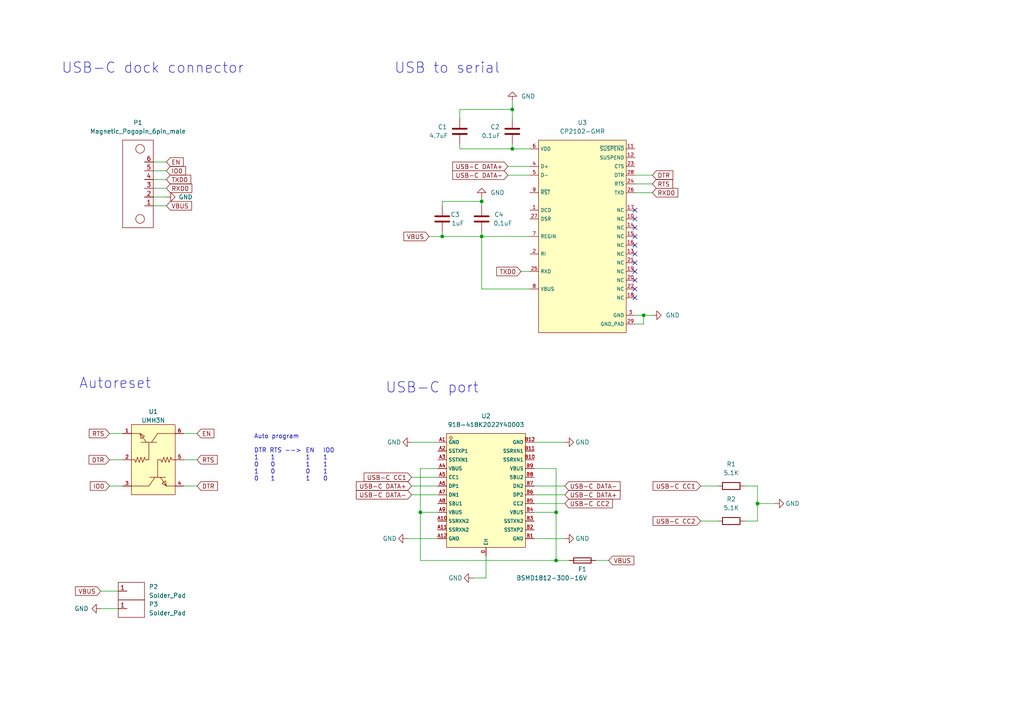
<source format=kicad_sch>
(kicad_sch (version 20211123) (generator eeschema)
  (paper "A4")
  (lib_symbols
    (symbol "Device:0.1uF_0603" (pin_numbers hide) (pin_names (offset 0.254))
      (property "Reference" "C" (at 0.635 2.54 0))
      (property "Value" "0.1uF_0603" (at 0.635 -2.54 0))
      (symbol "0.1uF_0603_0_1"
        (polyline (pts (xy -2.032 -0.762) (xy 2.032 -0.762)) (stroke (width 0.508)))
        (polyline (pts (xy -2.032 0.762) (xy 2.032 0.762)) (stroke (width 0.508)))
      )
      (symbol "0.1uF_0603_1_1"
        (pin passive line (at 0 3.81 270) (length 2.794) (name "~") (number "1"))
        (pin passive line (at 0 -3.81 90) (length 2.794) (name "~") (number "2"))
      )
    )
    (symbol "Device:5.1K 1% 0603" (pin_numbers hide) (pin_names (offset 0))
      (property "Reference" "R" (at 2.032 0 90))
      (property "Value" "5.1K 1% 0603" (at 0 0 90))
      (symbol "5.1K 1% 0603_0_1"
        (rectangle (start -1.016 -2.54) (end 1.016 2.54) (stroke (width 0.254)))
      )
      (symbol "5.1K 1% 0603_1_1"
        (pin passive line (at 0 3.81 270) (length 1.27) (name "~") (number "1"))
        (pin passive line (at 0 -3.81 90) (length 1.27) (name "~") (number "2"))
      )
    )
    (symbol "Device:C" (pin_numbers hide) (pin_names (offset 0.254))
      (property "Reference" "C" (at 0.635 2.54 0))
      (property "Value" "C" (at 0.635 -2.54 0))
      (symbol "C_0_1"
        (polyline (pts (xy -2.032 -0.762) (xy 2.032 -0.762)) (stroke (width 0.508)))
        (polyline (pts (xy -2.032 0.762) (xy 2.032 0.762)) (stroke (width 0.508)))
      )
      (symbol "C_1_1"
        (pin passive line (at 0 3.81 270) (length 2.794) (name "~") (number "1"))
        (pin passive line (at 0 -3.81 90) (length 2.794) (name "~") (number "2"))
      )
    )
    (symbol "Device:Fuse" (pin_numbers hide) (pin_names (offset 0))
      (property "Reference" "F" (at 2.032 0 90))
      (property "Value" "Fuse" (at -1.905 0 90))
      (symbol "Fuse_0_1"
        (rectangle (start -0.762 -2.54) (end 0.762 2.54) (stroke (width 0.254)))
        (polyline (pts (xy 0 2.54) (xy 0 -2.54)))
      )
      (symbol "Fuse_1_1"
        (pin passive line (at 0 3.81 270) (length 1.27) (name "~") (number "1"))
        (pin passive line (at 0 -3.81 90) (length 1.27) (name "~") (number "2"))
      )
    )
    (symbol "LCSC:UMH3N" (pin_names hide)
      (property "Reference" "U" (at 0 1.27 0))
      (property "Value" "UMH3N" (at 0 -2.54 0))
      (symbol "UMH3N_0_0"
        (rectangle (start -114.3 71.12) (end -93.98 58.42) (fill (type background)))
        (polyline (pts (xy -111.76 60.96) (xy -111.76 58.42)))
        (polyline (pts (xy -111.76 66.04) (xy -109.22 64.262)))
        (polyline (pts (xy -111.76 71.12) (xy -111.76 66.04)))
        (polyline (pts (xy -109.22 62.738) (xy -111.76 60.96)))
        (polyline (pts (xy -109.22 63.5) (xy -104.14 63.5)))
        (polyline (pts (xy -109.22 65.786) (xy -109.22 61.214)))
        (polyline (pts (xy -104.14 66.04) (xy -99.06 66.04)))
        (polyline (pts (xy -99.06 63.754) (xy -99.06 68.326)))
        (polyline (pts (xy -99.06 66.802) (xy -96.52 68.58)))
        (polyline (pts (xy -96.52 63.5) (xy -99.06 65.278)))
        (polyline (pts (xy -96.52 63.5) (xy -96.52 58.42)))
        (polyline (pts (xy -96.52 71.12) (xy -96.52 68.58)))
        (polyline (pts (xy -111.76 60.96) (xy -110.998 62.23) (xy -110.236 61.214) (xy -111.76 60.96)) (fill (type background)))
        (polyline (pts (xy -96.52 68.58) (xy -97.282 67.31) (xy -98.044 68.326) (xy -96.52 68.58)) (fill (type background)))
        (polyline (pts (xy -104.14 63.5) (xy -104.14 62.484) (xy -104.902 62.23) (xy -103.378 61.722) (xy -104.902 61.214) (xy -103.378 60.706) (xy -104.902 60.198) (xy -103.378 59.69) (xy -104.14 59.436) (xy -104.14 58.42)))
        (polyline (pts (xy -104.14 66.04) (xy -104.14 67.056) (xy -103.378 67.31) (xy -104.902 67.818) (xy -103.378 68.326) (xy -104.902 68.834) (xy -103.378 69.342) (xy -104.902 69.85) (xy -104.14 70.104) (xy -104.14 71.12)))
        (pin unspecified line (at -111.76 55.88 90) (length 2.54) (name "E") (number "1"))
        (pin unspecified line (at -104.14 55.88 90) (length 2.54) (name "B") (number "2"))
        (pin unspecified line (at -96.52 55.88 90) (length 2.54) (name "C") (number "3"))
        (pin unspecified line (at -96.52 73.66 270) (length 2.54) (name "E") (number "4"))
        (pin unspecified line (at -104.14 73.66 270) (length 2.54) (name "B") (number "5"))
        (pin unspecified line (at -111.76 73.66 270) (length 2.54) (name "C") (number "6"))
      )
    )
    (symbol "MyParts:918-418K2022Y40003"
      (property "Reference" "U" (at 0 10.16 0))
      (property "Value" "918-418K2022Y40003" (at 0 6.35 0))
      (symbol "918-418K2022Y40003_0_0"
        (rectangle (start -11.43 3.81) (end 11.43 -29.21) (fill (type background)))
        (circle (center -10.16 2.54) (radius 0.381) (fill (type background)))
        (pin unspecified line (at 0 -31.75 90) (length 2.54) (name "EH") (number "0"))
        (pin unspecified line (at -13.97 1.27 0) (length 2.54) (name "GND") (number "A1"))
        (pin unspecified line (at -13.97 -21.59 0) (length 2.54) (name "SSRXN2") (number "A10"))
        (pin unspecified line (at -13.97 -24.13 0) (length 2.54) (name "SSRXN2") (number "A11"))
        (pin unspecified line (at -13.97 -26.67 0) (length 2.54) (name "GND") (number "A12"))
        (pin unspecified line (at -13.97 -1.27 0) (length 2.54) (name "SSTXP1") (number "A2"))
        (pin unspecified line (at -13.97 -3.81 0) (length 2.54) (name "SSTXN1") (number "A3"))
        (pin unspecified line (at -13.97 -6.35 0) (length 2.54) (name "VBUS") (number "A4"))
        (pin unspecified line (at -13.97 -8.89 0) (length 2.54) (name "CC1") (number "A5"))
        (pin unspecified line (at -13.97 -11.43 0) (length 2.54) (name "DP1") (number "A6"))
        (pin unspecified line (at -13.97 -13.97 0) (length 2.54) (name "DN1") (number "A7"))
        (pin unspecified line (at -13.97 -16.51 0) (length 2.54) (name "SBU1") (number "A8"))
        (pin unspecified line (at -13.97 -19.05 0) (length 2.54) (name "VBUS") (number "A9"))
        (pin unspecified line (at 13.97 -26.67 180) (length 2.54) (name "GND") (number "B1"))
        (pin unspecified line (at 13.97 -3.81 180) (length 2.54) (name "SSRXN1") (number "B10"))
        (pin unspecified line (at 13.97 -1.27 180) (length 2.54) (name "SSRXN1") (number "B11"))
        (pin unspecified line (at 13.97 1.27 180) (length 2.54) (name "GND") (number "B12"))
        (pin unspecified line (at 13.97 -24.13 180) (length 2.54) (name "SSTXP2") (number "B2"))
        (pin unspecified line (at 13.97 -21.59 180) (length 2.54) (name "SSTXN2") (number "B3"))
        (pin unspecified line (at 13.97 -19.05 180) (length 2.54) (name "VBUS") (number "B4"))
        (pin unspecified line (at 13.97 -16.51 180) (length 2.54) (name "CC2") (number "B5"))
        (pin unspecified line (at 13.97 -13.97 180) (length 2.54) (name "DP2") (number "B6"))
        (pin unspecified line (at 13.97 -11.43 180) (length 2.54) (name "DN2") (number "B7"))
        (pin unspecified line (at 13.97 -8.89 180) (length 2.54) (name "SBU2") (number "B8"))
        (pin unspecified line (at 13.97 -6.35 180) (length 2.54) (name "VBUS") (number "B9"))
      )
    )
    (symbol "MyParts:CP2102-GMR"
      (property "Reference" "U" (at 0 30.48 0))
      (property "Value" "CP2102-GMR" (at 0 27.94 0))
      (symbol "CP2102-GMR_1_1"
        (rectangle (start -12.7 25.4) (end 12.7 -30.48) (fill (type background)))
        (pin input line (at -15.24 5.08 0) (length 2.54) (name "DCD") (number "1"))
        (pin unspecified line (at 15.24 2.54 180) (length 2.54) (name "NC") (number "10"))
        (pin output line (at 15.24 22.86 180) (length 2.54) (name "~{SUSPEND}") (number "11"))
        (pin output line (at 15.24 20.32 180) (length 2.54) (name "SUSPEND") (number "12"))
        (pin unspecified line (at 15.24 -7.62 180) (length 2.54) (name "NC") (number "13"))
        (pin unspecified line (at 15.24 0 180) (length 2.54) (name "NC") (number "14"))
        (pin unspecified line (at 15.24 -2.54 180) (length 2.54) (name "NC") (number "15"))
        (pin unspecified line (at 15.24 -5.08 180) (length 2.54) (name "NC") (number "16"))
        (pin unspecified line (at 15.24 5.08 180) (length 2.54) (name "NC") (number "17"))
        (pin unspecified line (at 15.24 -20.32 180) (length 2.54) (name "NC") (number "18"))
        (pin unspecified line (at 15.24 -12.7 180) (length 2.54) (name "NC") (number "19"))
        (pin input line (at -15.24 -7.62 0) (length 2.54) (name "RI") (number "2"))
        (pin unspecified line (at 15.24 -15.24 180) (length 2.54) (name "NC") (number "20"))
        (pin unspecified line (at 15.24 -10.16 180) (length 2.54) (name "NC") (number "21"))
        (pin unspecified line (at 15.24 -17.78 180) (length 2.54) (name "NC") (number "22"))
        (pin unspecified line (at 15.24 17.78 180) (length 2.54) (name "CTS") (number "23"))
        (pin unspecified line (at 15.24 12.7 180) (length 2.54) (name "RTS") (number "24"))
        (pin input line (at -15.24 -12.7 0) (length 2.54) (name "RXD") (number "25"))
        (pin output line (at 15.24 10.16 180) (length 2.54) (name "TXD") (number "26"))
        (pin input line (at -15.24 2.54 0) (length 2.54) (name "DSR") (number "27"))
        (pin output line (at 15.24 15.24 180) (length 2.54) (name "DTR") (number "28"))
        (pin power_in line (at 15.24 -27.94 180) (length 2.54) (name "GND_PAD") (number "29"))
        (pin unspecified line (at 15.24 -25.4 180) (length 2.54) (name "GND") (number "3"))
        (pin bidirectional line (at -15.24 17.78 0) (length 2.54) (name "D+") (number "4"))
        (pin bidirectional line (at -15.24 15.24 0) (length 2.54) (name "D-") (number "5"))
        (pin power_in line (at -15.24 22.86 0) (length 2.54) (name "VDD") (number "6"))
        (pin input line (at -15.24 -2.54 0) (length 2.54) (name "REGIN") (number "7"))
        (pin input line (at -15.24 -17.78 0) (length 2.54) (name "VBUS") (number "8"))
        (pin bidirectional line (at -15.24 10.16 0) (length 2.54) (name "~{RST}") (number "9"))
      )
    )
    (symbol "MyParts:Magnetic_Pogopin_6pin_male"
      (property "Reference" "P" (at -5.08 3.81 0))
      (property "Value" "Magnetic_Pogopin_6pin_male" (at 5.08 1.27 0))
      (symbol "Magnetic_Pogopin_6pin_male_0_1"
        (rectangle (start -2.54 -1.27) (end 6.35 -26.67))
        (circle (center 1.27 -24.13) (radius 1.27))
        (circle (center 1.27 -3.81) (radius 1.27))
      )
      (symbol "Magnetic_Pogopin_6pin_male_1_1"
        (pin bidirectional line (at -2.54 -7.62 0) (length 2.54) (name "") (number "1"))
        (pin bidirectional line (at -2.54 -10.16 0) (length 2.54) (name "") (number "2"))
        (pin bidirectional line (at -2.54 -12.7 0) (length 2.54) (name "") (number "3"))
        (pin bidirectional line (at -2.54 -15.24 0) (length 2.54) (name "") (number "4"))
        (pin bidirectional line (at -2.54 -17.78 0) (length 2.54) (name "") (number "5"))
        (pin bidirectional line (at -2.54 -20.32 0) (length 2.54) (name "") (number "6"))
      )
    )
    (symbol "MyParts:Solder_Pad"
      (property "Reference" "P" (at 0 3.81 0))
      (property "Value" "Solder_Pad" (at 0 -2.54 0))
      (symbol "Solder_Pad_0_1"
        (rectangle (start 0 2.54) (end 7.62 -2.54) (stroke (width 0.1524)))
      )
      (symbol "Solder_Pad_1_1"
        (pin bidirectional line (at 0 0 0) (length 2.54) (name "") (number "1"))
      )
    )
    (symbol "power:GND" (power) (pin_names (offset 0))
      (property "Value" "GND" (at 0 -3.81 0))
      (symbol "GND_0_1"
        (polyline (pts (xy 0 0) (xy 0 -1.27) (xy 1.27 -1.27) (xy 0 -2.54) (xy -1.27 -1.27) (xy 0 -1.27)))
      )
      (symbol "GND_1_1"
        (pin power_in line (at 0 0 270) (length 0) hide (name "GND") (number "1"))
      )
    )
  )
  (junction (at 161.29 148.59))
  (junction (at 148.59 31.75))
  (junction (at 161.29 162.56))
  (junction (at 139.7 58.42))
  (junction (at 148.59 43.18))
  (junction (at 139.7 68.58))
  (junction (at 121.92 148.59))
  (junction (at 186.69 91.44))
  (junction (at 128.27 68.58))
  (junction (at 219.71 146.05))
  (no_connect (at 184.15 60.96))
  (no_connect (at 184.15 68.58))
  (no_connect (at 184.15 78.74))
  (no_connect (at 184.15 86.36))
  (no_connect (at 184.15 81.28))
  (no_connect (at 184.15 63.5))
  (no_connect (at 184.15 66.04))
  (no_connect (at 184.15 71.12))
  (no_connect (at 184.15 73.66))
  (no_connect (at 184.15 76.2))
  (no_connect (at 184.15 83.82))
  (wire (pts (xy 184.15 50.8) (xy 189.23 50.8)))
  (wire (pts (xy 139.7 83.82) (xy 153.67 83.82)))
  (wire (pts (xy 128.27 59.69) (xy 128.27 58.42)))
  (wire (pts (xy 119.38 143.51) (xy 127 143.51)))
  (wire (pts (xy 147.32 48.26) (xy 153.67 48.26)))
  (wire (pts (xy 119.38 138.43) (xy 127 138.43)))
  (wire (pts (xy 31.75 125.73) (xy 35.56 125.73)))
  (wire (pts (xy 154.94 146.05) (xy 163.83 146.05)))
  (wire (pts (xy 119.38 140.97) (xy 127 140.97)))
  (wire (pts (xy 140.97 161.29) (xy 140.97 167.64)))
  (wire (pts (xy 118.11 156.21) (xy 127 156.21)))
  (wire (pts (xy 127 135.89) (xy 121.92 135.89)))
  (wire (pts (xy 119.38 128.27) (xy 127 128.27)))
  (wire (pts (xy 172.72 162.56) (xy 176.53 162.56)))
  (wire (pts (xy 184.15 55.88) (xy 189.23 55.88)))
  (wire (pts (xy 29.21 171.45) (xy 34.29 171.45)))
  (wire (pts (xy 44.45 49.53) (xy 48.26 49.53)))
  (wire (pts (xy 215.9 140.97) (xy 219.71 140.97)))
  (wire (pts (xy 219.71 146.05) (xy 224.79 146.05)))
  (wire (pts (xy 139.7 68.58) (xy 139.7 67.31)))
  (wire (pts (xy 133.35 31.75) (xy 148.59 31.75)))
  (wire (pts (xy 53.34 125.73) (xy 57.15 125.73)))
  (wire (pts (xy 44.45 54.61) (xy 48.26 54.61)))
  (wire (pts (xy 154.94 143.51) (xy 163.83 143.51)))
  (wire (pts (xy 128.27 58.42) (xy 139.7 58.42)))
  (wire (pts (xy 121.92 148.59) (xy 121.92 162.56)))
  (wire (pts (xy 148.59 43.18) (xy 148.59 41.91)))
  (wire (pts (xy 124.46 68.58) (xy 128.27 68.58)))
  (wire (pts (xy 148.59 31.75) (xy 148.59 34.29)))
  (wire (pts (xy 154.94 148.59) (xy 161.29 148.59)))
  (wire (pts (xy 147.32 50.8) (xy 153.67 50.8)))
  (wire (pts (xy 53.34 140.97) (xy 57.15 140.97)))
  (wire (pts (xy 154.94 140.97) (xy 163.83 140.97)))
  (wire (pts (xy 184.15 93.98) (xy 186.69 93.98)))
  (wire (pts (xy 44.45 59.69) (xy 48.26 59.69)))
  (wire (pts (xy 31.75 140.97) (xy 35.56 140.97)))
  (wire (pts (xy 154.94 156.21) (xy 163.83 156.21)))
  (wire (pts (xy 139.7 57.15) (xy 139.7 58.42)))
  (wire (pts (xy 121.92 162.56) (xy 161.29 162.56)))
  (wire (pts (xy 154.94 135.89) (xy 161.29 135.89)))
  (wire (pts (xy 203.2 140.97) (xy 208.28 140.97)))
  (wire (pts (xy 148.59 29.21) (xy 148.59 31.75)))
  (wire (pts (xy 29.21 176.53) (xy 34.29 176.53)))
  (wire (pts (xy 128.27 68.58) (xy 139.7 68.58)))
  (wire (pts (xy 219.71 146.05) (xy 219.71 151.13)))
  (wire (pts (xy 121.92 135.89) (xy 121.92 148.59)))
  (wire (pts (xy 139.7 58.42) (xy 139.7 59.69)))
  (wire (pts (xy 161.29 135.89) (xy 161.29 148.59)))
  (wire (pts (xy 53.34 133.35) (xy 57.15 133.35)))
  (wire (pts (xy 186.69 91.44) (xy 189.23 91.44)))
  (wire (pts (xy 219.71 140.97) (xy 219.71 146.05)))
  (wire (pts (xy 127 148.59) (xy 121.92 148.59)))
  (wire (pts (xy 140.97 167.64) (xy 137.16 167.64)))
  (wire (pts (xy 139.7 68.58) (xy 153.67 68.58)))
  (wire (pts (xy 133.35 31.75) (xy 133.35 34.29)))
  (wire (pts (xy 44.45 46.99) (xy 48.26 46.99)))
  (wire (pts (xy 184.15 53.34) (xy 189.23 53.34)))
  (wire (pts (xy 151.13 78.74) (xy 153.67 78.74)))
  (wire (pts (xy 139.7 83.82) (xy 139.7 68.58)))
  (wire (pts (xy 161.29 148.59) (xy 161.29 162.56)))
  (wire (pts (xy 161.29 162.56) (xy 165.1 162.56)))
  (wire (pts (xy 154.94 128.27) (xy 163.83 128.27)))
  (wire (pts (xy 44.45 57.15) (xy 48.26 57.15)))
  (wire (pts (xy 148.59 43.18) (xy 153.67 43.18)))
  (wire (pts (xy 203.2 151.13) (xy 208.28 151.13)))
  (wire (pts (xy 31.75 133.35) (xy 35.56 133.35)))
  (wire (pts (xy 215.9 151.13) (xy 219.71 151.13)))
  (wire (pts (xy 133.35 43.18) (xy 148.59 43.18)))
  (wire (pts (xy 133.35 41.91) (xy 133.35 43.18)))
  (wire (pts (xy 184.15 91.44) (xy 186.69 91.44)))
  (wire (pts (xy 186.69 93.98) (xy 186.69 91.44)))
  (wire (pts (xy 128.27 67.31) (xy 128.27 68.58)))
  (wire (pts (xy 44.45 52.07) (xy 48.26 52.07)))
  (text "Autoreset" (at 22.86 113.03 0) (effects (font (size 3 3)) (justify left bottom)))
  (text "USB-C port" (at 111.76 114.3 0) (effects (font (size 3 3)) (justify left bottom)))
  (text "USB-C dock connector" (at 17.78 21.59 0) (effects (font (size 3 3)) (justify left bottom)))
  (text "USB to serial" (at 114.3 21.59 0) (effects (font (size 3 3)) (justify left bottom)))
  (text "Auto program\n\nDTR RTS -->	EN 	IO0\n1	1		1	1\n0	0		1	1\n1	0		0	1\n0	1		1	0" (at 73.66 139.7 0) (effects (font (size 1.27 1.27)) (justify left bottom)))
  (global_label "EN" (shape input) (at 48.26 46.99 0) (property "Intersheet References" "${INTERSHEET_REFS}" (effects hide)))
  (global_label "RXD0" (shape input) (at 48.26 54.61 0) (property "Intersheet References" "${INTERSHEET_REFS}" (effects hide)))
  (global_label "USB-C DATA-" (shape input) (at 163.83 140.97 0) (property "Intersheet References" "${INTERSHEET_REFS}" (effects hide)))
  (global_label "DTR" (shape input) (at 31.75 133.35 180) (property "Intersheet References" "${INTERSHEET_REFS}" (effects hide)))
  (global_label "RTS" (shape input) (at 189.23 53.34 0) (property "Intersheet References" "${INTERSHEET_REFS}" (effects hide)))
  (global_label "DTR" (shape input) (at 189.23 50.8 0) (property "Intersheet References" "${INTERSHEET_REFS}" (effects hide)))
  (global_label "DTR" (shape input) (at 57.15 140.97 0) (property "Intersheet References" "${INTERSHEET_REFS}" (effects hide)))
  (global_label "VBUS" (shape input) (at 176.53 162.56 0) (property "Intersheet References" "${INTERSHEET_REFS}" (effects hide)))
  (global_label "RTS" (shape input) (at 31.75 125.73 180) (property "Intersheet References" "${INTERSHEET_REFS}" (effects hide)))
  (global_label "TXD0" (shape input) (at 151.13 78.74 180) (property "Intersheet References" "${INTERSHEET_REFS}" (effects hide)))
  (global_label "USB-C DATA+" (shape input) (at 163.83 143.51 0) (property "Intersheet References" "${INTERSHEET_REFS}" (effects hide)))
  (global_label "USB-C CC1" (shape input) (at 119.38 138.43 180) (property "Intersheet References" "${INTERSHEET_REFS}" (effects hide)))
  (global_label "USB-C CC2" (shape input) (at 203.2 151.13 180) (property "Intersheet References" "${INTERSHEET_REFS}" (effects hide)))
  (global_label "TXD0" (shape input) (at 48.26 52.07 0) (property "Intersheet References" "${INTERSHEET_REFS}" (effects hide)))
  (global_label "USB-C CC2" (shape input) (at 163.83 146.05 0) (property "Intersheet References" "${INTERSHEET_REFS}" (effects hide)))
  (global_label "VBUS" (shape input) (at 124.46 68.58 180) (property "Intersheet References" "${INTERSHEET_REFS}" (effects hide)))
  (global_label "IO0" (shape input) (at 31.75 140.97 180) (property "Intersheet References" "${INTERSHEET_REFS}" (effects hide)))
  (global_label "USB-C DATA-" (shape input) (at 147.32 50.8 180) (property "Intersheet References" "${INTERSHEET_REFS}" (effects hide)))
  (global_label "USB-C DATA-" (shape input) (at 119.38 143.51 180) (property "Intersheet References" "${INTERSHEET_REFS}" (effects hide)))
  (global_label "RTS" (shape input) (at 57.15 133.35 0) (property "Intersheet References" "${INTERSHEET_REFS}" (effects hide)))
  (global_label "IO0" (shape input) (at 48.26 49.53 0) (property "Intersheet References" "${INTERSHEET_REFS}" (effects hide)))
  (global_label "RXD0" (shape input) (at 189.23 55.88 0) (property "Intersheet References" "${INTERSHEET_REFS}" (effects hide)))
  (global_label "EN" (shape input) (at 57.15 125.73 0) (property "Intersheet References" "${INTERSHEET_REFS}" (effects hide)))
  (global_label "USB-C CC1" (shape input) (at 203.2 140.97 180) (property "Intersheet References" "${INTERSHEET_REFS}" (effects hide)))
  (global_label "VBUS" (shape input) (at 29.21 171.45 180) (property "Intersheet References" "${INTERSHEET_REFS}" (effects hide)))
  (global_label "VBUS" (shape input) (at 48.26 59.69 0) (property "Intersheet References" "${INTERSHEET_REFS}" (effects hide)))
  (global_label "USB-C DATA+" (shape input) (at 119.38 140.97 180) (property "Intersheet References" "${INTERSHEET_REFS}" (effects hide)))
  (global_label "USB-C DATA+" (shape input) (at 147.32 48.26 180) (property "Intersheet References" "${INTERSHEET_REFS}" (effects hide)))
  (symbol (lib_id "Device:C") (at 133.35 38.1 180) (unit 1)
    (property "Reference" "C1" (at 127 36.83 0) (effects (justify right)))
    (property "Value" "4.7uF" (at 124.46 39.37 0) (effects (justify right)))
    (property "Footprint" "Capacitor_SMD:C_0603_1608Metric" (effects hide))
    (property "LCSC #" "C19666" (effects hide))
  )
  (symbol (lib_id "Device:0.1uF_0603") (at 148.59 38.1 0) (unit 1)
    (property "Reference" "C2" (at 142.24 36.83 0) (effects (justify left)))
    (property "Value" "0.1uF" (at 139.7 39.37 0) (effects (justify left)))
    (property "Footprint" "Capacitor_SMD:C_0402_1005Metric" (effects hide))
    (property "LCSC #" "C1525" (effects hide))
  )
  (symbol (lib_id "Device:0.1uF_0603") (at 139.7 63.5 180) (unit 1)
    (property "Reference" "C4" (at 146.05 62.23 0) (effects (justify left)))
    (property "Value" "0.1uF" (at 148.59 64.77 0) (effects (justify left)))
    (property "Footprint" "Capacitor_SMD:C_0402_1005Metric" (effects hide))
    (property "LCSC #" "C1525" (effects hide))
  )
  (symbol (lib_id "Device:0.1uF_0603") (at 128.27 63.5 180) (unit 1)
    (property "Reference" "C3" (at 133.35 62.23 0) (effects (justify left)))
    (property "Value" "1uF" (at 134.62 64.77 0) (effects (justify left)))
    (property "Footprint" "Capacitor_SMD:C_0402_1005Metric" (effects hide))
    (property "LCSC #" "C52923" (effects hide))
  )
  (symbol (lib_id "power:GND") (at 189.23 91.44 90) (unit 1)
    (property "Reference" "#PWR0101" (effects hide))
    (property "Value" "GND" (at 193.04 91.44 90) (effects (justify right)))
  )
  (symbol (lib_id "LCSC:UMH3N") (at -20.32 237.49 270) (unit 1)
    (property "Reference" "U1" (at 44.45 119.38 90))
    (property "Value" "UMH3N" (at 44.45 121.92 90))
    (property "Footprint" "footprint:SC-70-6_L2.2-W1.3-P0.65-LS2.1-BR" (effects hide))
    (property "Datasheet" "https://item.szlcsc.com/112963.html" (effects hide))
    (property "LCSC #" "C62892" (effects hide))
  )
  (symbol (lib_id "power:GND") (at 163.83 128.27 90) (unit 1)
    (property "Reference" "#PWR0109" (effects hide))
    (property "Value" "GND" (at 168.91 128.27 90))
  )
  (symbol (lib_id "MyParts:Magnetic_Pogopin_6pin_male") (at 41.91 67.31 180) (unit 1)
    (property "Reference" "P1" (at 40.005 35.56 0))
    (property "Value" "Magnetic_Pogopin_6pin_male" (at 40.005 38.1 0))
    (property "Footprint" "footprint:Magnetic Pogopin 6pin male" (effects hide))
    (property "Datasheet" "https://de.aliexpress.com/item/1005003853427502.html" (effects hide))
  )
  (symbol (lib_id "power:GND") (at 118.11 156.21 270) (unit 1)
    (property "Reference" "#PWR0111" (effects hide))
    (property "Value" "GND" (at 113.03 156.21 90))
  )
  (symbol (lib_id "MyParts:918-418K2022Y40003") (at 140.97 129.54 0) (unit 1)
    (property "Reference" "U2" (at 140.97 120.65 0))
    (property "Value" "918-418K2022Y40003" (at 140.97 123.19 0))
    (property "Footprint" "footprint:TYPE-C-SMD_918-418K2022Y40003" (effects hide))
    (property "Datasheet" "https://atta.szlcsc.com/upload/public/pdf/source/20210308/C67382_E13F973637EE2DE90AF956E4943591D1.pdf" (effects hide))
    (property "LCSC" "C67382" (effects hide))
  )
  (symbol (lib_id "power:GND") (at 148.59 29.21 180) (unit 1)
    (property "Reference" "#PWR0103" (effects hide))
    (property "Value" "GND" (at 151.13 27.9399 0) (effects (justify right)))
  )
  (symbol (lib_id "power:GND") (at 119.38 128.27 270) (unit 1)
    (property "Reference" "#PWR0110" (effects hide))
    (property "Value" "GND" (at 114.3 128.27 90))
  )
  (symbol (lib_id "Device:5.1K 1% 0603") (at 212.09 140.97 270) (unit 1)
    (property "Reference" "R1" (at 212.09 134.62 90))
    (property "Value" "5.1K" (at 212.09 137.16 90))
    (property "Footprint" "Resistor_SMD:R_0402_1005Metric" (effects hide))
    (property "Datasheet" "https://datasheet.lcsc.com/lcsc/1912111437_Resistor-Today-HPCR0603F5K10K9_C365193.pdf" (effects hide))
    (property "Description" " ±1% 200mW Thick Film Resistors 50V ±100ppm/℃ -55℃~+125℃ 5.1kΩ 0603 Chip Resistor - Surface Mount ROHS" (effects hide))
    (property "LCSC #" "C25905" (effects hide))
  )
  (symbol (lib_id "MyParts:CP2102-GMR") (at 168.91 66.04 0) (unit 1)
    (property "Reference" "U3" (at 168.91 35.56 0))
    (property "Value" "CP2102-GMR" (at 168.91 38.1 0))
    (property "Footprint" "footprint:QFN-28_L5.0-W5.0-P0.50-BL-EP" (effects hide))
    (property "Datasheet" "https://item.szlcsc.com/2242757.html" (effects hide))
    (property "LCSC #" "C6568" (effects hide))
  )
  (symbol (lib_id "power:GND") (at 163.83 156.21 90) (unit 1)
    (property "Reference" "#PWR0108" (effects hide))
    (property "Value" "GND" (at 168.91 156.21 90))
  )
  (symbol (lib_id "power:GND") (at 224.79 146.05 90) (unit 1)
    (property "Reference" "#PWR0105" (effects hide))
    (property "Value" "GND" (at 229.87 146.05 90))
  )
  (symbol (lib_id "power:GND") (at 139.7 57.15 180) (unit 1)
    (property "Reference" "#PWR0102" (effects hide))
    (property "Value" "GND" (at 142.24 55.8799 0) (effects (justify right)))
  )
  (symbol (lib_id "Device:Fuse") (at 168.91 162.56 90) (unit 1)
    (property "Reference" "F1" (at 168.91 165.1 90))
    (property "Value" "BSMD1812-300-16V" (at 160.02 167.64 90))
    (property "Footprint" "Fuse:Fuse_1812_4532Metric" (effects hide))
    (property "LCSC #" "C883162" (effects hide))
  )
  (symbol (lib_id "Device:5.1K 1% 0603") (at 212.09 151.13 270) (unit 1)
    (property "Reference" "R2" (at 212.09 144.78 90))
    (property "Value" "5.1K" (at 212.09 147.32 90))
    (property "Footprint" "Resistor_SMD:R_0402_1005Metric" (effects hide))
    (property "Datasheet" "https://datasheet.lcsc.com/lcsc/1912111437_Resistor-Today-HPCR0603F5K10K9_C365193.pdf" (effects hide))
    (property "Description" " ±1% 200mW Thick Film Resistors 50V ±100ppm/℃ -55℃~+125℃ 5.1kΩ 0603 Chip Resistor - Surface Mount ROHS" (effects hide))
    (property "LCSC #" "C25905" (effects hide))
  )
  (symbol (lib_id "power:GND") (at 48.26 57.15 90) (unit 1)
    (property "Reference" "#PWR0104" (effects hide))
    (property "Value" "GND" (at 55.88 57.15 90) (effects (justify left)))
  )
  (symbol (lib_id "MyParts:Solder_Pad") (at 34.29 171.45 0) (unit 1)
    (property "Reference" "P2" (at 43.18 170.1799 0) (effects (justify left)))
    (property "Value" "Solder_Pad" (at 43.18 172.7199 0) (effects (justify left)))
    (property "Footprint" "footprint:Solder pad" (effects hide))
  )
  (symbol (lib_id "MyParts:Solder_Pad") (at 34.29 176.53 0) (unit 1)
    (property "Reference" "P3" (at 43.18 175.2599 0) (effects (justify left)))
    (property "Value" "Solder_Pad" (at 43.18 177.7999 0) (effects (justify left)))
    (property "Footprint" "footprint:Solder pad" (effects hide))
  )
  (symbol (lib_id "power:GND") (at 137.16 167.64 270) (unit 1)
    (property "Reference" "#PWR0107" (effects hide))
    (property "Value" "GND" (at 132.08 167.64 90))
  )
  (symbol (lib_id "power:GND") (at 29.21 176.53 270) (unit 1)
    (property "Reference" "#PWR0106" (effects hide))
    (property "Value" "GND" (at 21.59 176.53 90) (effects (justify left)))
  )
)
</source>
